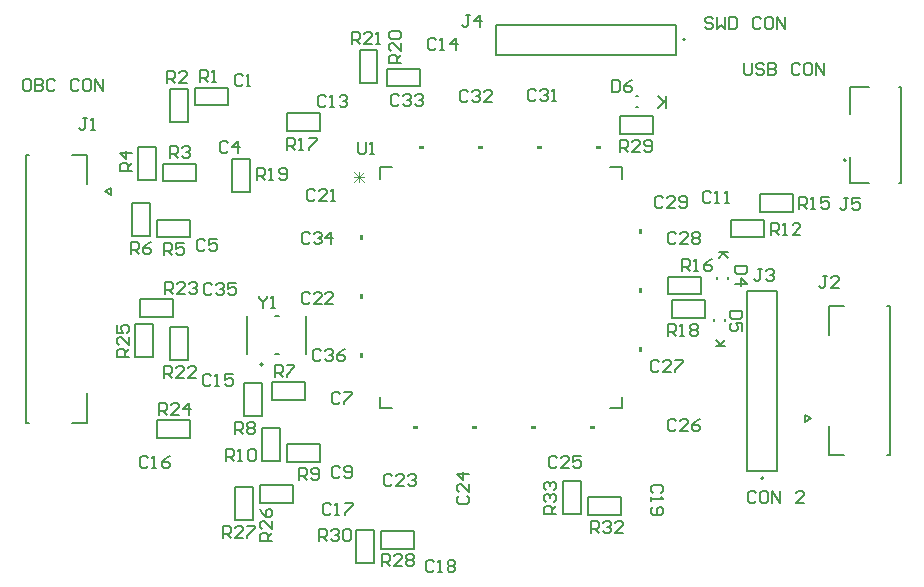
<source format=gto>
G04*
G04 #@! TF.GenerationSoftware,Altium Limited,Altium Designer,21.8.1 (53)*
G04*
G04 Layer_Color=65535*
%FSLAX25Y25*%
%MOIN*%
G70*
G04*
G04 #@! TF.SameCoordinates,C3BC6F45-041D-44BD-81EA-7FCEF9ED4BC6*
G04*
G04*
G04 #@! TF.FilePolarity,Positive*
G04*
G01*
G75*
%ADD10C,0.00787*%
%ADD11C,0.00500*%
%ADD12C,0.00600*%
%ADD13C,0.00800*%
%ADD14C,0.00300*%
G36*
X116159Y75448D02*
X115159D01*
Y73948D01*
X116159D01*
Y75448D01*
D02*
G37*
G36*
X134466Y51235D02*
X132966D01*
Y50235D01*
X134466D01*
Y51235D01*
D02*
G37*
G36*
X154151D02*
X152651D01*
Y50235D01*
X154151D01*
Y51235D01*
D02*
G37*
G36*
X116159Y95133D02*
X115159D01*
Y93633D01*
X116159D01*
Y95133D01*
D02*
G37*
G36*
Y114818D02*
X115159D01*
Y113318D01*
X116159D01*
Y114818D01*
D02*
G37*
G36*
X136434Y143435D02*
X134934D01*
Y144435D01*
X136434D01*
Y143435D01*
D02*
G37*
G36*
X156119D02*
X154619D01*
Y144435D01*
X156119D01*
Y143435D01*
D02*
G37*
G36*
X173836Y51235D02*
X172336D01*
Y50235D01*
X173836D01*
Y51235D01*
D02*
G37*
G36*
X193521D02*
X192021D01*
Y50235D01*
X193521D01*
Y51235D01*
D02*
G37*
G36*
X208359Y77416D02*
X209359D01*
Y75916D01*
X208359D01*
Y77416D01*
D02*
G37*
G36*
Y97101D02*
X209359D01*
Y95601D01*
X208359D01*
Y97101D01*
D02*
G37*
G36*
X175804Y143435D02*
X174304D01*
Y144435D01*
X175804D01*
Y143435D01*
D02*
G37*
G36*
X195489D02*
X193989D01*
Y144435D01*
X195489D01*
Y143435D01*
D02*
G37*
G36*
X208359Y116786D02*
X209359D01*
Y115286D01*
X208359D01*
Y116786D01*
D02*
G37*
D10*
X277302Y139832D02*
G03*
X277302Y139832I-394J0D01*
G01*
X82850Y71745D02*
G03*
X82850Y71745I-394J0D01*
G01*
X249794Y33741D02*
G03*
X249794Y33741I-394J0D01*
G01*
X223676Y180013D02*
G03*
X223676Y180013I-394J0D01*
G01*
X49464Y132768D02*
X60487D01*
Y138674D01*
X49464D02*
X60487D01*
X49464Y132768D02*
Y138674D01*
X85881Y59934D02*
X96905D01*
Y65839D01*
X85881D02*
X96905D01*
X85881Y59934D02*
Y65839D01*
X90802Y39265D02*
X101826D01*
Y45170D01*
X90802D02*
X101826D01*
X90802Y39265D02*
Y45170D01*
X60290Y158075D02*
X71314D01*
Y163980D01*
X60290D02*
X71314D01*
X60290Y158075D02*
Y163980D01*
X254400Y36300D02*
Y96300D01*
X244400Y36300D02*
Y96300D01*
X254400D01*
X244400Y36300D02*
X254400D01*
X220724Y175013D02*
Y185013D01*
X160724Y175013D02*
Y185013D01*
Y175013D02*
X220724D01*
X160724Y185013D02*
X220724D01*
X90802Y149501D02*
X101826D01*
Y155406D01*
X90802D02*
X101826D01*
X90802Y149501D02*
Y155406D01*
X115147Y165488D02*
Y176512D01*
Y165488D02*
X121053D01*
Y176512D01*
X115147D02*
X121053D01*
X124288Y164447D02*
Y170353D01*
X135312D01*
Y164447D02*
Y170353D01*
X124288Y164447D02*
X135312D01*
X202023Y148516D02*
X213047D01*
Y154422D01*
X202023D02*
X213047D01*
X202023Y148516D02*
Y154422D01*
X230312Y87147D02*
Y93053D01*
X219288Y87147D02*
X230312D01*
X219288D02*
Y93053D01*
X230312D01*
X228812Y95047D02*
Y100953D01*
X217788Y95047D02*
X228812D01*
X217788D02*
Y100953D01*
X228812D01*
X250012Y114047D02*
Y119953D01*
X238988Y114047D02*
X250012D01*
X238988D02*
Y119953D01*
X250012D01*
X248688Y128453D02*
X259712D01*
X248688Y122547D02*
Y128453D01*
Y122547D02*
X259712D01*
Y128453D01*
X182928Y21942D02*
Y32965D01*
Y21942D02*
X188834D01*
Y32965D01*
X182928D02*
X188834D01*
X191393Y21548D02*
Y27454D01*
X202416D01*
Y21548D02*
Y27454D01*
X191393Y21548D02*
X202416D01*
X47495Y47139D02*
Y53044D01*
X58519D01*
Y47139D02*
Y53044D01*
X47495Y47139D02*
X58519D01*
X79582Y19973D02*
Y30997D01*
X73676D02*
X79582D01*
X73676Y19973D02*
Y30997D01*
Y19973D02*
X79582D01*
X81944Y25485D02*
Y31391D01*
X92968D01*
Y25485D02*
Y31391D01*
X81944Y25485D02*
X92968D01*
X82535Y54422D02*
Y65446D01*
X76629D02*
X82535D01*
X76629Y54422D02*
Y65446D01*
Y54422D02*
X82535D01*
Y39658D02*
Y50682D01*
Y39658D02*
X88440D01*
Y50682D01*
X82535D02*
X88440D01*
X46117Y74107D02*
Y85131D01*
X40212D02*
X46117D01*
X40212Y74107D02*
Y85131D01*
Y74107D02*
X46117D01*
X52023Y84146D02*
X57928D01*
Y73123D02*
Y84146D01*
X52023Y73123D02*
X57928D01*
X52023D02*
Y84146D01*
X41888Y93453D02*
X52912D01*
X41888Y87547D02*
Y93453D01*
Y87547D02*
X52912D01*
Y93453D01*
X119853Y5488D02*
Y16512D01*
X113947D02*
X119853D01*
X113947Y5488D02*
Y16512D01*
Y5488D02*
X119853D01*
X122101Y10221D02*
Y16127D01*
X133125D01*
Y10221D02*
Y16127D01*
X122101Y10221D02*
X133125D01*
X39228Y114461D02*
Y125485D01*
Y114461D02*
X45133D01*
Y125485D01*
X39228D02*
X45133D01*
X47495Y114068D02*
Y119973D01*
X58519D01*
Y114068D02*
Y119973D01*
X47495Y114068D02*
X58519D01*
X41196Y133162D02*
Y144186D01*
Y133162D02*
X47102D01*
Y144186D01*
X41196D02*
X47102D01*
X72692Y129225D02*
X78598D01*
X72692D02*
Y140249D01*
X78598D01*
Y129225D02*
Y140249D01*
X57928Y152563D02*
Y163587D01*
X52023D02*
X57928D01*
X52023Y152563D02*
Y163587D01*
Y152563D02*
X57928D01*
D11*
X290952Y91302D02*
X291936D01*
X290952Y41498D02*
X291936D01*
X263570Y52621D02*
X265539Y53802D01*
X263570Y54983D02*
X265539Y53802D01*
X263570Y52621D02*
Y54983D01*
X271464Y91302D02*
X276582D01*
X271464Y41498D02*
X276582D01*
X291936D02*
Y91302D01*
X271464Y41498D02*
Y51262D01*
Y81538D02*
Y91302D01*
X278679Y164045D02*
X284900D01*
X278679Y155265D02*
Y164045D01*
Y132155D02*
Y140935D01*
Y132155D02*
X284900D01*
X294900Y164045D02*
X295609D01*
Y132155D02*
Y164045D01*
X294900Y132155D02*
X295609D01*
X237972Y100167D02*
Y101033D01*
X234428Y100167D02*
Y101033D01*
X207102Y161115D02*
X207968D01*
X207102Y157572D02*
X207968D01*
X77613Y75288D02*
Y87887D01*
X97298Y75288D02*
Y87887D01*
X86787Y75288D02*
X88125D01*
X86787Y87887D02*
X88125D01*
X3815Y52338D02*
X4799D01*
X3815Y141511D02*
X4799D01*
X30398Y129523D02*
X32366Y130704D01*
X30398Y129523D02*
X32366Y128342D01*
Y130704D01*
X19169Y52338D02*
X24287D01*
X19169Y141511D02*
X24287D01*
X3815Y52338D02*
Y141511D01*
X24287Y131747D02*
Y141511D01*
Y52338D02*
Y62102D01*
X236872Y86067D02*
Y86933D01*
X233328Y86067D02*
Y86933D01*
D12*
X202509Y133644D02*
Y137585D01*
X198568Y57085D02*
X202509D01*
X122009D02*
Y61027D01*
Y133644D02*
Y137585D01*
X198568D02*
X202509D01*
Y57085D02*
Y61027D01*
X122009Y57085D02*
X125950D01*
X122009Y137585D02*
X125950D01*
X237799Y109300D02*
X234800D01*
X235800D01*
X237799Y107301D01*
X236299Y108800D01*
X234800Y107301D01*
X217300Y157201D02*
Y161200D01*
Y159867D01*
X214634Y157201D01*
X216634Y159201D01*
X214634Y161200D01*
X233901Y77800D02*
X236900D01*
X235900D01*
X233901Y79799D01*
X235401Y78300D01*
X236900Y79799D01*
D13*
X243400Y172099D02*
Y168766D01*
X244066Y168100D01*
X245399D01*
X246066Y168766D01*
Y172099D01*
X250064Y171432D02*
X249398Y172099D01*
X248065D01*
X247399Y171432D01*
Y170766D01*
X248065Y170099D01*
X249398D01*
X250064Y169433D01*
Y168766D01*
X249398Y168100D01*
X248065D01*
X247399Y168766D01*
X251397Y172099D02*
Y168100D01*
X253397D01*
X254063Y168766D01*
Y169433D01*
X253397Y170099D01*
X251397D01*
X253397D01*
X254063Y170766D01*
Y171432D01*
X253397Y172099D01*
X251397D01*
X262061Y171432D02*
X261394Y172099D01*
X260061D01*
X259395Y171432D01*
Y168766D01*
X260061Y168100D01*
X261394D01*
X262061Y168766D01*
X265393Y172099D02*
X264060D01*
X263394Y171432D01*
Y168766D01*
X264060Y168100D01*
X265393D01*
X266059Y168766D01*
Y171432D01*
X265393Y172099D01*
X267392Y168100D02*
Y172099D01*
X270058Y168100D01*
Y172099D01*
X232966Y187032D02*
X232299Y187699D01*
X230966D01*
X230300Y187032D01*
Y186366D01*
X230966Y185699D01*
X232299D01*
X232966Y185033D01*
Y184367D01*
X232299Y183700D01*
X230966D01*
X230300Y184367D01*
X234299Y187699D02*
Y183700D01*
X235632Y185033D01*
X236965Y183700D01*
Y187699D01*
X238297D02*
Y183700D01*
X240297D01*
X240963Y184367D01*
Y187032D01*
X240297Y187699D01*
X238297D01*
X248961Y187032D02*
X248294Y187699D01*
X246961D01*
X246295Y187032D01*
Y184367D01*
X246961Y183700D01*
X248294D01*
X248961Y184367D01*
X252293Y187699D02*
X250960D01*
X250294Y187032D01*
Y184367D01*
X250960Y183700D01*
X252293D01*
X252959Y184367D01*
Y187032D01*
X252293Y187699D01*
X254292Y183700D02*
Y187699D01*
X256958Y183700D01*
Y187699D01*
X4999Y166999D02*
X3666D01*
X3000Y166332D01*
Y163666D01*
X3666Y163000D01*
X4999D01*
X5666Y163666D01*
Y166332D01*
X4999Y166999D01*
X6999D02*
Y163000D01*
X8998D01*
X9664Y163666D01*
Y164333D01*
X8998Y164999D01*
X6999D01*
X8998D01*
X9664Y165666D01*
Y166332D01*
X8998Y166999D01*
X6999D01*
X13663Y166332D02*
X12997Y166999D01*
X11664D01*
X10997Y166332D01*
Y163666D01*
X11664Y163000D01*
X12997D01*
X13663Y163666D01*
X21661Y166332D02*
X20994Y166999D01*
X19661D01*
X18995Y166332D01*
Y163666D01*
X19661Y163000D01*
X20994D01*
X21661Y163666D01*
X24993Y166999D02*
X23660D01*
X22994Y166332D01*
Y163666D01*
X23660Y163000D01*
X24993D01*
X25659Y163666D01*
Y166332D01*
X24993Y166999D01*
X26992Y163000D02*
Y166999D01*
X29658Y163000D01*
Y166999D01*
X247266Y28932D02*
X246599Y29599D01*
X245266D01*
X244600Y28932D01*
Y26266D01*
X245266Y25600D01*
X246599D01*
X247266Y26266D01*
X250598Y29599D02*
X249265D01*
X248599Y28932D01*
Y26266D01*
X249265Y25600D01*
X250598D01*
X251265Y26266D01*
Y28932D01*
X250598Y29599D01*
X252597Y25600D02*
Y29599D01*
X255263Y25600D01*
Y29599D01*
X263261Y25600D02*
X260595D01*
X263261Y28266D01*
Y28932D01*
X262594Y29599D01*
X261261D01*
X260595Y28932D01*
X278034Y127299D02*
X276701D01*
X277367D01*
Y123967D01*
X276701Y123301D01*
X276034D01*
X275368Y123967D01*
X282032Y127299D02*
X279366D01*
Y125300D01*
X280699Y125967D01*
X281366D01*
X282032Y125300D01*
Y123967D01*
X281366Y123301D01*
X280033D01*
X279366Y123967D01*
X114534Y145999D02*
Y142667D01*
X115201Y142001D01*
X116534D01*
X117200Y142667D01*
Y145999D01*
X118533Y142001D02*
X119866D01*
X119199D01*
Y145999D01*
X118533Y145333D01*
X81534Y94599D02*
Y93933D01*
X82867Y92600D01*
X84200Y93933D01*
Y94599D01*
X82867Y92600D02*
Y90601D01*
X85533D02*
X86866D01*
X86199D01*
Y94599D01*
X85533Y93933D01*
X180599Y21968D02*
X176601D01*
Y23968D01*
X177267Y24634D01*
X178600D01*
X179266Y23968D01*
Y21968D01*
Y23301D02*
X180599Y24634D01*
X177267Y25967D02*
X176601Y26634D01*
Y27966D01*
X177267Y28633D01*
X177934D01*
X178600Y27966D01*
Y27300D01*
Y27966D01*
X179266Y28633D01*
X179933D01*
X180599Y27966D01*
Y26634D01*
X179933Y25967D01*
X177267Y29966D02*
X176601Y30632D01*
Y31965D01*
X177267Y32632D01*
X177934D01*
X178600Y31965D01*
Y31299D01*
Y31965D01*
X179266Y32632D01*
X179933D01*
X180599Y31965D01*
Y30632D01*
X179933Y29966D01*
X192168Y15401D02*
Y19399D01*
X194168D01*
X194834Y18733D01*
Y17400D01*
X194168Y16734D01*
X192168D01*
X193501D02*
X194834Y15401D01*
X196167Y18733D02*
X196834Y19399D01*
X198167D01*
X198833Y18733D01*
Y18067D01*
X198167Y17400D01*
X197500D01*
X198167D01*
X198833Y16734D01*
Y16067D01*
X198167Y15401D01*
X196834D01*
X196167Y16067D01*
X202832Y15401D02*
X200166D01*
X202832Y18067D01*
Y18733D01*
X202165Y19399D01*
X200832D01*
X200166Y18733D01*
X101468Y12901D02*
Y16899D01*
X103468D01*
X104134Y16233D01*
Y14900D01*
X103468Y14233D01*
X101468D01*
X102801D02*
X104134Y12901D01*
X105467Y16233D02*
X106133Y16899D01*
X107466D01*
X108133Y16233D01*
Y15566D01*
X107466Y14900D01*
X106800D01*
X107466D01*
X108133Y14233D01*
Y13567D01*
X107466Y12901D01*
X106133D01*
X105467Y13567D01*
X109466Y16233D02*
X110132Y16899D01*
X111465D01*
X112132Y16233D01*
Y13567D01*
X111465Y12901D01*
X110132D01*
X109466Y13567D01*
Y16233D01*
X201968Y142401D02*
Y146399D01*
X203968D01*
X204634Y145733D01*
Y144400D01*
X203968Y143734D01*
X201968D01*
X203301D02*
X204634Y142401D01*
X208633D02*
X205967D01*
X208633Y145066D01*
Y145733D01*
X207966Y146399D01*
X206634D01*
X205967Y145733D01*
X209966Y143067D02*
X210632Y142401D01*
X211965D01*
X212632Y143067D01*
Y145733D01*
X211965Y146399D01*
X210632D01*
X209966Y145733D01*
Y145066D01*
X210632Y144400D01*
X212632D01*
X122668Y4401D02*
Y8399D01*
X124668D01*
X125334Y7733D01*
Y6400D01*
X124668Y5734D01*
X122668D01*
X124001D02*
X125334Y4401D01*
X129333D02*
X126667D01*
X129333Y7067D01*
Y7733D01*
X128666Y8399D01*
X127333D01*
X126667Y7733D01*
X130666D02*
X131332Y8399D01*
X132665D01*
X133332Y7733D01*
Y7067D01*
X132665Y6400D01*
X133332Y5734D01*
Y5067D01*
X132665Y4401D01*
X131332D01*
X130666Y5067D01*
Y5734D01*
X131332Y6400D01*
X130666Y7067D01*
Y7733D01*
X131332Y6400D02*
X132665D01*
X69468Y13801D02*
Y17799D01*
X71468D01*
X72134Y17133D01*
Y15800D01*
X71468Y15134D01*
X69468D01*
X70801D02*
X72134Y13801D01*
X76133D02*
X73467D01*
X76133Y16466D01*
Y17133D01*
X75466Y17799D01*
X74134D01*
X73467Y17133D01*
X77466Y17799D02*
X80132D01*
Y17133D01*
X77466Y14467D01*
Y13801D01*
X85999Y12868D02*
X82001D01*
Y14868D01*
X82667Y15534D01*
X84000D01*
X84666Y14868D01*
Y12868D01*
Y14201D02*
X85999Y15534D01*
Y19533D02*
Y16867D01*
X83334Y19533D01*
X82667D01*
X82001Y18867D01*
Y17534D01*
X82667Y16867D01*
X82001Y23532D02*
X82667Y22199D01*
X84000Y20866D01*
X85333D01*
X85999Y21532D01*
Y22865D01*
X85333Y23532D01*
X84666D01*
X84000Y22865D01*
Y20866D01*
X38299Y74268D02*
X34301D01*
Y76268D01*
X34967Y76934D01*
X36300D01*
X36966Y76268D01*
Y74268D01*
Y75601D02*
X38299Y76934D01*
Y80933D02*
Y78267D01*
X35634Y80933D01*
X34967D01*
X34301Y80266D01*
Y78934D01*
X34967Y78267D01*
X34301Y84932D02*
Y82266D01*
X36300D01*
X35634Y83599D01*
Y84265D01*
X36300Y84932D01*
X37633D01*
X38299Y84265D01*
Y82932D01*
X37633Y82266D01*
X48368Y55001D02*
Y58999D01*
X50368D01*
X51034Y58333D01*
Y57000D01*
X50368Y56334D01*
X48368D01*
X49701D02*
X51034Y55001D01*
X55033D02*
X52367D01*
X55033Y57666D01*
Y58333D01*
X54366Y58999D01*
X53034D01*
X52367Y58333D01*
X58365Y55001D02*
Y58999D01*
X56366Y57000D01*
X59032D01*
X50268Y95301D02*
Y99299D01*
X52268D01*
X52934Y98633D01*
Y97300D01*
X52268Y96634D01*
X50268D01*
X51601D02*
X52934Y95301D01*
X56933D02*
X54267D01*
X56933Y97966D01*
Y98633D01*
X56266Y99299D01*
X54934D01*
X54267Y98633D01*
X58266D02*
X58932Y99299D01*
X60265D01*
X60932Y98633D01*
Y97966D01*
X60265Y97300D01*
X59599D01*
X60265D01*
X60932Y96634D01*
Y95967D01*
X60265Y95301D01*
X58932D01*
X58266Y95967D01*
X50068Y67301D02*
Y71299D01*
X52068D01*
X52734Y70633D01*
Y69300D01*
X52068Y68634D01*
X50068D01*
X51401D02*
X52734Y67301D01*
X56733D02*
X54067D01*
X56733Y69966D01*
Y70633D01*
X56066Y71299D01*
X54734D01*
X54067Y70633D01*
X60732Y67301D02*
X58066D01*
X60732Y69966D01*
Y70633D01*
X60065Y71299D01*
X58732D01*
X58066Y70633D01*
X112735Y178701D02*
Y182699D01*
X114734D01*
X115401Y182033D01*
Y180700D01*
X114734Y180034D01*
X112735D01*
X114068D02*
X115401Y178701D01*
X119399D02*
X116734D01*
X119399Y181367D01*
Y182033D01*
X118733Y182699D01*
X117400D01*
X116734Y182033D01*
X120732Y178701D02*
X122065D01*
X121399D01*
Y182699D01*
X120732Y182033D01*
X128999Y172368D02*
X125001D01*
Y174368D01*
X125667Y175034D01*
X127000D01*
X127666Y174368D01*
Y172368D01*
Y173701D02*
X128999Y175034D01*
Y179033D02*
Y176367D01*
X126333Y179033D01*
X125667D01*
X125001Y178366D01*
Y177033D01*
X125667Y176367D01*
Y180366D02*
X125001Y181032D01*
Y182365D01*
X125667Y183032D01*
X128333D01*
X128999Y182365D01*
Y181032D01*
X128333Y180366D01*
X125667D01*
X80802Y133101D02*
Y137099D01*
X82801D01*
X83467Y136433D01*
Y135100D01*
X82801Y134433D01*
X80802D01*
X82134D02*
X83467Y133101D01*
X84800D02*
X86133D01*
X85467D01*
Y137099D01*
X84800Y136433D01*
X88133Y133767D02*
X88799Y133101D01*
X90132D01*
X90798Y133767D01*
Y136433D01*
X90132Y137099D01*
X88799D01*
X88133Y136433D01*
Y135766D01*
X88799Y135100D01*
X90798D01*
X217802Y81301D02*
Y85299D01*
X219801D01*
X220467Y84633D01*
Y83300D01*
X219801Y82634D01*
X217802D01*
X219134D02*
X220467Y81301D01*
X221800D02*
X223133D01*
X222467D01*
Y85299D01*
X221800Y84633D01*
X225133D02*
X225799Y85299D01*
X227132D01*
X227798Y84633D01*
Y83966D01*
X227132Y83300D01*
X227798Y82634D01*
Y81967D01*
X227132Y81301D01*
X225799D01*
X225133Y81967D01*
Y82634D01*
X225799Y83300D01*
X225133Y83966D01*
Y84633D01*
X225799Y83300D02*
X227132D01*
X90802Y143301D02*
Y147299D01*
X92801D01*
X93467Y146633D01*
Y145300D01*
X92801Y144633D01*
X90802D01*
X92134D02*
X93467Y143301D01*
X94800D02*
X96133D01*
X95467D01*
Y147299D01*
X94800Y146633D01*
X98133Y147299D02*
X100798D01*
Y146633D01*
X98133Y143967D01*
Y143301D01*
X222602Y102901D02*
Y106899D01*
X224601D01*
X225267Y106233D01*
Y104900D01*
X224601Y104234D01*
X222602D01*
X223935D02*
X225267Y102901D01*
X226600D02*
X227933D01*
X227267D01*
Y106899D01*
X226600Y106233D01*
X232598Y106899D02*
X231265Y106233D01*
X229933Y104900D01*
Y103567D01*
X230599Y102901D01*
X231932D01*
X232598Y103567D01*
Y104234D01*
X231932Y104900D01*
X229933D01*
X261702Y123501D02*
Y127499D01*
X263701D01*
X264367Y126833D01*
Y125500D01*
X263701Y124834D01*
X261702D01*
X263035D02*
X264367Y123501D01*
X265700D02*
X267033D01*
X266367D01*
Y127499D01*
X265700Y126833D01*
X271698Y127499D02*
X269033D01*
Y125500D01*
X270366Y126166D01*
X271032D01*
X271698Y125500D01*
Y124167D01*
X271032Y123501D01*
X269699D01*
X269033Y124167D01*
X252102Y114901D02*
Y118899D01*
X254101D01*
X254767Y118233D01*
Y116900D01*
X254101Y116234D01*
X252102D01*
X253434D02*
X254767Y114901D01*
X256100D02*
X257433D01*
X256767D01*
Y118899D01*
X256100Y118233D01*
X262098Y114901D02*
X259433D01*
X262098Y117567D01*
Y118233D01*
X261432Y118899D01*
X260099D01*
X259433Y118233D01*
X70702Y39501D02*
Y43499D01*
X72701D01*
X73367Y42833D01*
Y41500D01*
X72701Y40834D01*
X70702D01*
X72035D02*
X73367Y39501D01*
X74700D02*
X76033D01*
X75367D01*
Y43499D01*
X74700Y42833D01*
X78033D02*
X78699Y43499D01*
X80032D01*
X80698Y42833D01*
Y40167D01*
X80032Y39501D01*
X78699D01*
X78033Y40167D01*
Y42833D01*
X94868Y33301D02*
Y37299D01*
X96867D01*
X97534Y36633D01*
Y35300D01*
X96867Y34634D01*
X94868D01*
X96201D02*
X97534Y33301D01*
X98866Y33967D02*
X99533Y33301D01*
X100866D01*
X101532Y33967D01*
Y36633D01*
X100866Y37299D01*
X99533D01*
X98866Y36633D01*
Y35966D01*
X99533Y35300D01*
X101532D01*
X73568Y48601D02*
Y52599D01*
X75567D01*
X76234Y51933D01*
Y50600D01*
X75567Y49934D01*
X73568D01*
X74901D02*
X76234Y48601D01*
X77566Y51933D02*
X78233Y52599D01*
X79566D01*
X80232Y51933D01*
Y51266D01*
X79566Y50600D01*
X80232Y49934D01*
Y49267D01*
X79566Y48601D01*
X78233D01*
X77566Y49267D01*
Y49934D01*
X78233Y50600D01*
X77566Y51266D01*
Y51933D01*
X78233Y50600D02*
X79566D01*
X86768Y67701D02*
Y71699D01*
X88767D01*
X89434Y71033D01*
Y69700D01*
X88767Y69034D01*
X86768D01*
X88101D02*
X89434Y67701D01*
X90767Y71699D02*
X93432D01*
Y71033D01*
X90767Y68367D01*
Y67701D01*
X38968Y108501D02*
Y112499D01*
X40967D01*
X41634Y111833D01*
Y110500D01*
X40967Y109834D01*
X38968D01*
X40301D02*
X41634Y108501D01*
X45632Y112499D02*
X44299Y111833D01*
X42966Y110500D01*
Y109167D01*
X43633Y108501D01*
X44966D01*
X45632Y109167D01*
Y109834D01*
X44966Y110500D01*
X42966D01*
X50068Y108101D02*
Y112099D01*
X52067D01*
X52734Y111433D01*
Y110100D01*
X52067Y109433D01*
X50068D01*
X51401D02*
X52734Y108101D01*
X56732Y112099D02*
X54066D01*
Y110100D01*
X55399Y110766D01*
X56066D01*
X56732Y110100D01*
Y108767D01*
X56066Y108101D01*
X54733D01*
X54066Y108767D01*
X39399Y136268D02*
X35401D01*
Y138267D01*
X36067Y138934D01*
X37400D01*
X38066Y138267D01*
Y136268D01*
Y137601D02*
X39399Y138934D01*
Y142266D02*
X35401D01*
X37400Y140267D01*
Y142932D01*
X52068Y140501D02*
Y144499D01*
X54067D01*
X54734Y143833D01*
Y142500D01*
X54067Y141833D01*
X52068D01*
X53401D02*
X54734Y140501D01*
X56067Y143833D02*
X56733Y144499D01*
X58066D01*
X58732Y143833D01*
Y143166D01*
X58066Y142500D01*
X57399D01*
X58066D01*
X58732Y141833D01*
Y141167D01*
X58066Y140501D01*
X56733D01*
X56067Y141167D01*
X50868Y165401D02*
Y169399D01*
X52867D01*
X53534Y168733D01*
Y167400D01*
X52867Y166734D01*
X50868D01*
X52201D02*
X53534Y165401D01*
X57532D02*
X54866D01*
X57532Y168067D01*
Y168733D01*
X56866Y169399D01*
X55533D01*
X54866Y168733D01*
X61934Y165901D02*
Y169899D01*
X63934D01*
X64600Y169233D01*
Y167900D01*
X63934Y167234D01*
X61934D01*
X63267D02*
X64600Y165901D01*
X65933D02*
X67266D01*
X66599D01*
Y169899D01*
X65933Y169233D01*
X151833Y188099D02*
X150501D01*
X151167D01*
Y184767D01*
X150501Y184101D01*
X149834D01*
X149168Y184767D01*
X155166Y184101D02*
Y188099D01*
X153166Y186100D01*
X155832D01*
X249323Y103633D02*
X247990D01*
X248657D01*
Y100301D01*
X247990Y99634D01*
X247324D01*
X246657Y100301D01*
X250656Y102967D02*
X251323Y103633D01*
X252656D01*
X253322Y102967D01*
Y102300D01*
X252656Y101634D01*
X251989D01*
X252656D01*
X253322Y100967D01*
Y100301D01*
X252656Y99634D01*
X251323D01*
X250656Y100301D01*
X270934Y101099D02*
X269601D01*
X270267D01*
Y97767D01*
X269601Y97101D01*
X268934D01*
X268268Y97767D01*
X274932Y97101D02*
X272267D01*
X274932Y99766D01*
Y100433D01*
X274266Y101099D01*
X272933D01*
X272267Y100433D01*
X24200Y153799D02*
X22867D01*
X23534D01*
Y150467D01*
X22867Y149801D01*
X22201D01*
X21534Y150467D01*
X25533Y149801D02*
X26866D01*
X26199D01*
Y153799D01*
X25533Y153133D01*
X199268Y166699D02*
Y162701D01*
X201267D01*
X201934Y163367D01*
Y166033D01*
X201267Y166699D01*
X199268D01*
X205932D02*
X204599Y166033D01*
X203267Y164700D01*
Y163367D01*
X203933Y162701D01*
X205266D01*
X205932Y163367D01*
Y164033D01*
X205266Y164700D01*
X203267D01*
X242599Y89632D02*
X238601D01*
Y87633D01*
X239267Y86966D01*
X241933D01*
X242599Y87633D01*
Y89632D01*
Y82968D02*
Y85633D01*
X240600D01*
X241266Y84301D01*
Y83634D01*
X240600Y82968D01*
X239267D01*
X238601Y83634D01*
Y84967D01*
X239267Y85633D01*
X244199Y104432D02*
X240201D01*
Y102433D01*
X240867Y101766D01*
X243533D01*
X244199Y102433D01*
Y104432D01*
X240201Y98434D02*
X244199D01*
X242200Y100434D01*
Y97768D01*
X102134Y76133D02*
X101468Y76799D01*
X100135D01*
X99468Y76133D01*
Y73467D01*
X100135Y72801D01*
X101468D01*
X102134Y73467D01*
X103467Y76133D02*
X104133Y76799D01*
X105466D01*
X106133Y76133D01*
Y75466D01*
X105466Y74800D01*
X104800D01*
X105466D01*
X106133Y74134D01*
Y73467D01*
X105466Y72801D01*
X104133D01*
X103467Y73467D01*
X110132Y76799D02*
X108799Y76133D01*
X107466Y74800D01*
Y73467D01*
X108132Y72801D01*
X109465D01*
X110132Y73467D01*
Y74134D01*
X109465Y74800D01*
X107466D01*
X65934Y98333D02*
X65268Y98999D01*
X63935D01*
X63268Y98333D01*
Y95667D01*
X63935Y95001D01*
X65268D01*
X65934Y95667D01*
X67267Y98333D02*
X67934Y98999D01*
X69266D01*
X69933Y98333D01*
Y97666D01*
X69266Y97000D01*
X68600D01*
X69266D01*
X69933Y96334D01*
Y95667D01*
X69266Y95001D01*
X67934D01*
X67267Y95667D01*
X73932Y98999D02*
X71266D01*
Y97000D01*
X72599Y97666D01*
X73265D01*
X73932Y97000D01*
Y95667D01*
X73265Y95001D01*
X71932D01*
X71266Y95667D01*
X98434Y115133D02*
X97768Y115799D01*
X96435D01*
X95768Y115133D01*
Y112467D01*
X96435Y111801D01*
X97768D01*
X98434Y112467D01*
X99767Y115133D02*
X100434Y115799D01*
X101766D01*
X102433Y115133D01*
Y114467D01*
X101766Y113800D01*
X101100D01*
X101766D01*
X102433Y113134D01*
Y112467D01*
X101766Y111801D01*
X100434D01*
X99767Y112467D01*
X105765Y111801D02*
Y115799D01*
X103766Y113800D01*
X106432D01*
X128134Y161233D02*
X127468Y161899D01*
X126135D01*
X125468Y161233D01*
Y158567D01*
X126135Y157901D01*
X127468D01*
X128134Y158567D01*
X129467Y161233D02*
X130133Y161899D01*
X131466D01*
X132133Y161233D01*
Y160566D01*
X131466Y159900D01*
X130800D01*
X131466D01*
X132133Y159233D01*
Y158567D01*
X131466Y157901D01*
X130133D01*
X129467Y158567D01*
X133466Y161233D02*
X134132Y161899D01*
X135465D01*
X136132Y161233D01*
Y160566D01*
X135465Y159900D01*
X134799D01*
X135465D01*
X136132Y159233D01*
Y158567D01*
X135465Y157901D01*
X134132D01*
X133466Y158567D01*
X151134Y162633D02*
X150468Y163299D01*
X149135D01*
X148468Y162633D01*
Y159967D01*
X149135Y159301D01*
X150468D01*
X151134Y159967D01*
X152467Y162633D02*
X153133Y163299D01*
X154466D01*
X155133Y162633D01*
Y161967D01*
X154466Y161300D01*
X153800D01*
X154466D01*
X155133Y160634D01*
Y159967D01*
X154466Y159301D01*
X153133D01*
X152467Y159967D01*
X159132Y159301D02*
X156466D01*
X159132Y161967D01*
Y162633D01*
X158465Y163299D01*
X157132D01*
X156466Y162633D01*
X174001Y163033D02*
X173334Y163699D01*
X172001D01*
X171335Y163033D01*
Y160367D01*
X172001Y159701D01*
X173334D01*
X174001Y160367D01*
X175333Y163033D02*
X176000Y163699D01*
X177333D01*
X177999Y163033D01*
Y162366D01*
X177333Y161700D01*
X176666D01*
X177333D01*
X177999Y161033D01*
Y160367D01*
X177333Y159701D01*
X176000D01*
X175333Y160367D01*
X179332Y159701D02*
X180665D01*
X179999D01*
Y163699D01*
X179332Y163033D01*
X216234Y127333D02*
X215568Y127999D01*
X214235D01*
X213568Y127333D01*
Y124667D01*
X214235Y124001D01*
X215568D01*
X216234Y124667D01*
X220233Y124001D02*
X217567D01*
X220233Y126666D01*
Y127333D01*
X219566Y127999D01*
X218234D01*
X217567Y127333D01*
X221566Y124667D02*
X222232Y124001D01*
X223565D01*
X224232Y124667D01*
Y127333D01*
X223565Y127999D01*
X222232D01*
X221566Y127333D01*
Y126666D01*
X222232Y126000D01*
X224232D01*
X220634Y115133D02*
X219968Y115799D01*
X218635D01*
X217968Y115133D01*
Y112467D01*
X218635Y111801D01*
X219968D01*
X220634Y112467D01*
X224633Y111801D02*
X221967D01*
X224633Y114467D01*
Y115133D01*
X223966Y115799D01*
X222634D01*
X221967Y115133D01*
X225966D02*
X226632Y115799D01*
X227965D01*
X228632Y115133D01*
Y114467D01*
X227965Y113800D01*
X228632Y113134D01*
Y112467D01*
X227965Y111801D01*
X226632D01*
X225966Y112467D01*
Y113134D01*
X226632Y113800D01*
X225966Y114467D01*
Y115133D01*
X226632Y113800D02*
X227965D01*
X214834Y72433D02*
X214168Y73099D01*
X212835D01*
X212168Y72433D01*
Y69767D01*
X212835Y69101D01*
X214168D01*
X214834Y69767D01*
X218833Y69101D02*
X216167D01*
X218833Y71766D01*
Y72433D01*
X218166Y73099D01*
X216834D01*
X216167Y72433D01*
X220166Y73099D02*
X222832D01*
Y72433D01*
X220166Y69767D01*
Y69101D01*
X220534Y52733D02*
X219868Y53399D01*
X218535D01*
X217868Y52733D01*
Y50067D01*
X218535Y49401D01*
X219868D01*
X220534Y50067D01*
X224533Y49401D02*
X221867D01*
X224533Y52066D01*
Y52733D01*
X223866Y53399D01*
X222534D01*
X221867Y52733D01*
X228532Y53399D02*
X227199Y52733D01*
X225866Y51400D01*
Y50067D01*
X226532Y49401D01*
X227865D01*
X228532Y50067D01*
Y50734D01*
X227865Y51400D01*
X225866D01*
X181034Y40433D02*
X180368Y41099D01*
X179035D01*
X178368Y40433D01*
Y37767D01*
X179035Y37101D01*
X180368D01*
X181034Y37767D01*
X185033Y37101D02*
X182367D01*
X185033Y39766D01*
Y40433D01*
X184367Y41099D01*
X183034D01*
X182367Y40433D01*
X189032Y41099D02*
X186366D01*
Y39100D01*
X187699Y39766D01*
X188365D01*
X189032Y39100D01*
Y37767D01*
X188365Y37101D01*
X187032D01*
X186366Y37767D01*
X148367Y27834D02*
X147701Y27168D01*
Y25835D01*
X148367Y25168D01*
X151033D01*
X151699Y25835D01*
Y27168D01*
X151033Y27834D01*
X151699Y31833D02*
Y29167D01*
X149033Y31833D01*
X148367D01*
X147701Y31166D01*
Y29834D01*
X148367Y29167D01*
X151699Y35165D02*
X147701D01*
X149700Y33166D01*
Y35832D01*
X125934Y34633D02*
X125268Y35299D01*
X123935D01*
X123268Y34633D01*
Y31967D01*
X123935Y31301D01*
X125268D01*
X125934Y31967D01*
X129933Y31301D02*
X127267D01*
X129933Y33966D01*
Y34633D01*
X129267Y35299D01*
X127934D01*
X127267Y34633D01*
X131266D02*
X131932Y35299D01*
X133265D01*
X133932Y34633D01*
Y33966D01*
X133265Y33300D01*
X132599D01*
X133265D01*
X133932Y32634D01*
Y31967D01*
X133265Y31301D01*
X131932D01*
X131266Y31967D01*
X98434Y95133D02*
X97768Y95799D01*
X96435D01*
X95768Y95133D01*
Y92467D01*
X96435Y91801D01*
X97768D01*
X98434Y92467D01*
X102433Y91801D02*
X99767D01*
X102433Y94466D01*
Y95133D01*
X101766Y95799D01*
X100434D01*
X99767Y95133D01*
X106432Y91801D02*
X103766D01*
X106432Y94466D01*
Y95133D01*
X105765Y95799D01*
X104432D01*
X103766Y95133D01*
X100201Y129633D02*
X99534Y130299D01*
X98201D01*
X97535Y129633D01*
Y126967D01*
X98201Y126301D01*
X99534D01*
X100201Y126967D01*
X104199Y126301D02*
X101534D01*
X104199Y128966D01*
Y129633D01*
X103533Y130299D01*
X102200D01*
X101534Y129633D01*
X105532Y126301D02*
X106865D01*
X106199D01*
Y130299D01*
X105532Y129633D01*
X215733Y28833D02*
X216399Y29499D01*
Y30832D01*
X215733Y31498D01*
X213067D01*
X212401Y30832D01*
Y29499D01*
X213067Y28833D01*
X212401Y27500D02*
Y26167D01*
Y26833D01*
X216399D01*
X215733Y27500D01*
X213067Y24167D02*
X212401Y23501D01*
Y22168D01*
X213067Y21502D01*
X215733D01*
X216399Y22168D01*
Y23501D01*
X215733Y24167D01*
X215066D01*
X214400Y23501D01*
Y21502D01*
X139767Y5933D02*
X139101Y6599D01*
X137768D01*
X137102Y5933D01*
Y3267D01*
X137768Y2601D01*
X139101D01*
X139767Y3267D01*
X141100Y2601D02*
X142433D01*
X141767D01*
Y6599D01*
X141100Y5933D01*
X144433D02*
X145099Y6599D01*
X146432D01*
X147098Y5933D01*
Y5266D01*
X146432Y4600D01*
X147098Y3934D01*
Y3267D01*
X146432Y2601D01*
X145099D01*
X144433Y3267D01*
Y3934D01*
X145099Y4600D01*
X144433Y5266D01*
Y5933D01*
X145099Y4600D02*
X146432D01*
X105567Y24733D02*
X104901Y25399D01*
X103568D01*
X102902Y24733D01*
Y22067D01*
X103568Y21401D01*
X104901D01*
X105567Y22067D01*
X106900Y21401D02*
X108233D01*
X107567D01*
Y25399D01*
X106900Y24733D01*
X110233Y25399D02*
X112898D01*
Y24733D01*
X110233Y22067D01*
Y21401D01*
X44567Y40533D02*
X43901Y41199D01*
X42568D01*
X41902Y40533D01*
Y37867D01*
X42568Y37201D01*
X43901D01*
X44567Y37867D01*
X45900Y37201D02*
X47233D01*
X46567D01*
Y41199D01*
X45900Y40533D01*
X51898Y41199D02*
X50565Y40533D01*
X49233Y39200D01*
Y37867D01*
X49899Y37201D01*
X51232D01*
X51898Y37867D01*
Y38534D01*
X51232Y39200D01*
X49233D01*
X65467Y67833D02*
X64801Y68499D01*
X63468D01*
X62802Y67833D01*
Y65167D01*
X63468Y64501D01*
X64801D01*
X65467Y65167D01*
X66800Y64501D02*
X68133D01*
X67467D01*
Y68499D01*
X66800Y67833D01*
X72798Y68499D02*
X70133D01*
Y66500D01*
X71465Y67166D01*
X72132D01*
X72798Y66500D01*
Y65167D01*
X72132Y64501D01*
X70799D01*
X70133Y65167D01*
X140467Y179733D02*
X139801Y180399D01*
X138468D01*
X137802Y179733D01*
Y177067D01*
X138468Y176401D01*
X139801D01*
X140467Y177067D01*
X141800Y176401D02*
X143133D01*
X142467D01*
Y180399D01*
X141800Y179733D01*
X147132Y176401D02*
Y180399D01*
X145133Y178400D01*
X147798D01*
X103767Y161033D02*
X103101Y161699D01*
X101768D01*
X101102Y161033D01*
Y158367D01*
X101768Y157701D01*
X103101D01*
X103767Y158367D01*
X105100Y157701D02*
X106433D01*
X105767D01*
Y161699D01*
X105100Y161033D01*
X108433D02*
X109099Y161699D01*
X110432D01*
X111098Y161033D01*
Y160366D01*
X110432Y159700D01*
X109766D01*
X110432D01*
X111098Y159034D01*
Y158367D01*
X110432Y157701D01*
X109099D01*
X108433Y158367D01*
X232334Y128833D02*
X231667Y129499D01*
X230334D01*
X229668Y128833D01*
Y126167D01*
X230334Y125501D01*
X231667D01*
X232334Y126167D01*
X233667Y125501D02*
X235000D01*
X234333D01*
Y129499D01*
X233667Y128833D01*
X236999Y125501D02*
X238332D01*
X237666D01*
Y129499D01*
X236999Y128833D01*
X108534Y37333D02*
X107867Y37999D01*
X106534D01*
X105868Y37333D01*
Y34667D01*
X106534Y34001D01*
X107867D01*
X108534Y34667D01*
X109866D02*
X110533Y34001D01*
X111866D01*
X112532Y34667D01*
Y37333D01*
X111866Y37999D01*
X110533D01*
X109866Y37333D01*
Y36666D01*
X110533Y36000D01*
X112532D01*
X108633Y61833D02*
X107967Y62499D01*
X106634D01*
X105968Y61833D01*
Y59167D01*
X106634Y58501D01*
X107967D01*
X108633Y59167D01*
X109967Y62499D02*
X112632D01*
Y61833D01*
X109967Y59167D01*
Y58501D01*
X63534Y112933D02*
X62867Y113599D01*
X61534D01*
X60868Y112933D01*
Y110267D01*
X61534Y109601D01*
X62867D01*
X63534Y110267D01*
X67532Y113599D02*
X64867D01*
Y111600D01*
X66199Y112267D01*
X66866D01*
X67532Y111600D01*
Y110267D01*
X66866Y109601D01*
X65533D01*
X64867Y110267D01*
X71234Y145433D02*
X70567Y146099D01*
X69234D01*
X68568Y145433D01*
Y142767D01*
X69234Y142101D01*
X70567D01*
X71234Y142767D01*
X74566Y142101D02*
Y146099D01*
X72566Y144100D01*
X75232D01*
X76100Y167933D02*
X75434Y168599D01*
X74101D01*
X73434Y167933D01*
Y165267D01*
X74101Y164601D01*
X75434D01*
X76100Y165267D01*
X77433Y164601D02*
X78766D01*
X78099D01*
Y168599D01*
X77433Y167933D01*
D14*
X113409Y135934D02*
X116741Y132602D01*
X113409D02*
X116741Y135934D01*
X113409Y134268D02*
X116741D01*
X115075Y132602D02*
Y135934D01*
M02*

</source>
